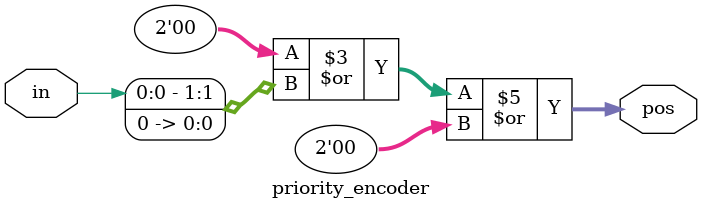
<source format=v>
module priority_encoder( 
input [2:0] in,
output reg [1:0] pos ); 
// When sel=1, assign b to out
assign pos = (in[1] << 2) | (in[0] << 1) | (in[2] >> 1);
endmodule

</source>
